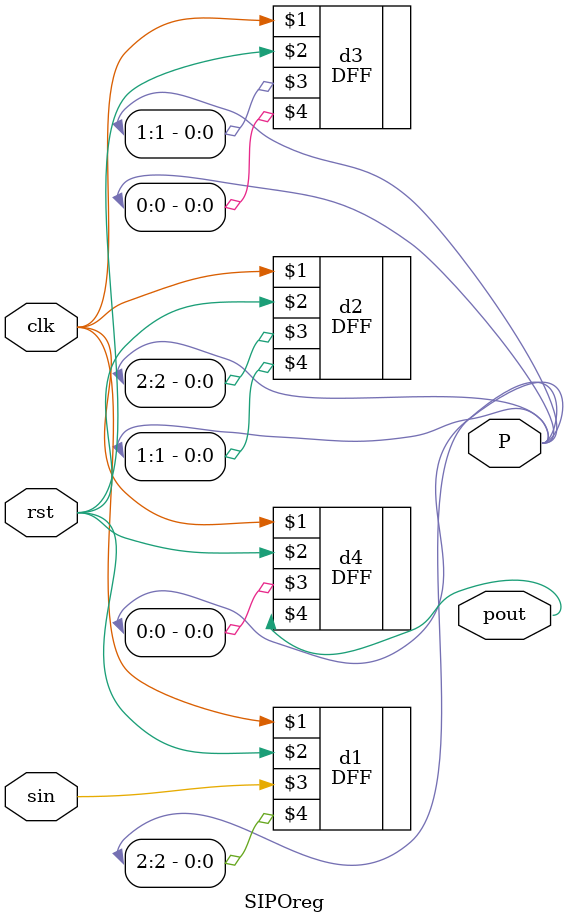
<source format=v>
`timescale 1ns / 1ps


module SIPOreg(clk,rst,sin,pout,P);
input clk,rst,sin;
output [2:0]P;
output pout;
wire [2:0]P;
        DFF d1(clk,rst,sin,P[2]),
            d2(clk,rst,P[2],P[1]),
            d3(clk,rst,P[1],P[0]),
            d4(clk,rst,P[0],pout);  
   
endmodule 

</source>
